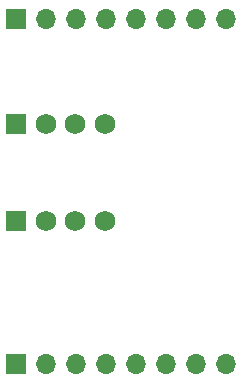
<source format=gbs>
G04 #@! TF.FileFunction,Soldermask,Bot*
%FSLAX46Y46*%
G04 Gerber Fmt 4.6, Leading zero omitted, Abs format (unit mm)*
G04 Created by KiCad (PCBNEW 4.0.7-e2-6376~58~ubuntu17.04.1) date Wed Oct  4 00:29:26 2017*
%MOMM*%
%LPD*%
G01*
G04 APERTURE LIST*
%ADD10C,0.100000*%
%ADD11R,1.700000X1.700000*%
%ADD12O,1.700000X1.700000*%
%ADD13R,1.750000X1.750000*%
%ADD14C,1.750000*%
G04 APERTURE END LIST*
D10*
D11*
X158750000Y-120650000D03*
D12*
X161290000Y-120650000D03*
X163830000Y-120650000D03*
X166370000Y-120650000D03*
X168910000Y-120650000D03*
X171450000Y-120650000D03*
X173990000Y-120650000D03*
X176530000Y-120650000D03*
D13*
X158750000Y-100330000D03*
D14*
X161250000Y-100330000D03*
X163750000Y-100330000D03*
X166250000Y-100330000D03*
D13*
X158750000Y-108585000D03*
D14*
X161250000Y-108585000D03*
X163750000Y-108585000D03*
X166250000Y-108585000D03*
D11*
X158750000Y-91440000D03*
D12*
X161290000Y-91440000D03*
X163830000Y-91440000D03*
X166370000Y-91440000D03*
X168910000Y-91440000D03*
X171450000Y-91440000D03*
X173990000Y-91440000D03*
X176530000Y-91440000D03*
M02*

</source>
